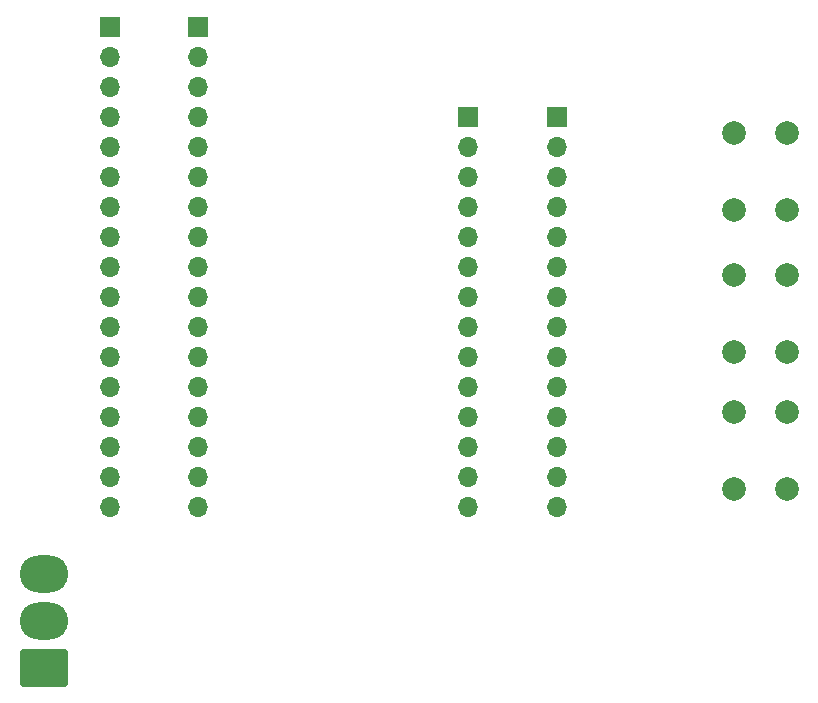
<source format=gbr>
%TF.GenerationSoftware,KiCad,Pcbnew,8.0.3*%
%TF.CreationDate,2024-07-08T01:17:26+08:00*%
%TF.ProjectId,First_pcb,46697273-745f-4706-9362-2e6b69636164,rev?*%
%TF.SameCoordinates,Original*%
%TF.FileFunction,Soldermask,Bot*%
%TF.FilePolarity,Negative*%
%FSLAX46Y46*%
G04 Gerber Fmt 4.6, Leading zero omitted, Abs format (unit mm)*
G04 Created by KiCad (PCBNEW 8.0.3) date 2024-07-08 01:17:26*
%MOMM*%
%LPD*%
G01*
G04 APERTURE LIST*
G04 Aperture macros list*
%AMRoundRect*
0 Rectangle with rounded corners*
0 $1 Rounding radius*
0 $2 $3 $4 $5 $6 $7 $8 $9 X,Y pos of 4 corners*
0 Add a 4 corners polygon primitive as box body*
4,1,4,$2,$3,$4,$5,$6,$7,$8,$9,$2,$3,0*
0 Add four circle primitives for the rounded corners*
1,1,$1+$1,$2,$3*
1,1,$1+$1,$4,$5*
1,1,$1+$1,$6,$7*
1,1,$1+$1,$8,$9*
0 Add four rect primitives between the rounded corners*
20,1,$1+$1,$2,$3,$4,$5,0*
20,1,$1+$1,$4,$5,$6,$7,0*
20,1,$1+$1,$6,$7,$8,$9,0*
20,1,$1+$1,$8,$9,$2,$3,0*%
G04 Aperture macros list end*
%ADD10C,2.000000*%
%ADD11R,1.700000X1.700000*%
%ADD12O,1.700000X1.700000*%
%ADD13RoundRect,0.250000X1.800000X-1.330000X1.800000X1.330000X-1.800000X1.330000X-1.800000X-1.330000X0*%
%ADD14O,4.100000X3.160000*%
G04 APERTURE END LIST*
D10*
%TO.C,SW1*%
X153900000Y-59500000D03*
X153900000Y-53000000D03*
X158400000Y-59500000D03*
X158400000Y-53000000D03*
%TD*%
%TO.C,SW2*%
X153900000Y-71500000D03*
X153900000Y-65000000D03*
X158400000Y-71500000D03*
X158400000Y-65000000D03*
%TD*%
D11*
%TO.C,J2*%
X108550000Y-43990000D03*
D12*
X108550000Y-46530000D03*
X108550000Y-49070000D03*
X108550000Y-51610000D03*
X108550000Y-54150000D03*
X108550000Y-56690000D03*
X108550000Y-59230000D03*
X108550000Y-61770000D03*
X108550000Y-64310000D03*
X108550000Y-66850000D03*
X108550000Y-69390000D03*
X108550000Y-71930000D03*
X108550000Y-74470000D03*
X108550000Y-77010000D03*
X108550000Y-79550000D03*
X108550000Y-82090000D03*
X108550000Y-84630000D03*
%TD*%
D13*
%TO.C,J5*%
X95455000Y-98260000D03*
D14*
X95455000Y-94300000D03*
X95455000Y-90340000D03*
%TD*%
D10*
%TO.C,SW3*%
X153900000Y-83100000D03*
X153900000Y-76600000D03*
X158400000Y-83100000D03*
X158400000Y-76600000D03*
%TD*%
D11*
%TO.C,J3*%
X101050000Y-44040000D03*
D12*
X101050000Y-46580000D03*
X101050000Y-49120000D03*
X101050000Y-51660000D03*
X101050000Y-54200000D03*
X101050000Y-56740000D03*
X101050000Y-59280000D03*
X101050000Y-61820000D03*
X101050000Y-64360000D03*
X101050000Y-66900000D03*
X101050000Y-69440000D03*
X101050000Y-71980000D03*
X101050000Y-74520000D03*
X101050000Y-77060000D03*
X101050000Y-79600000D03*
X101050000Y-82140000D03*
X101050000Y-84680000D03*
%TD*%
D11*
%TO.C,J1*%
X131400000Y-51640000D03*
D12*
X131400000Y-54180000D03*
X131400000Y-56720000D03*
X131400000Y-59260000D03*
X131400000Y-61800000D03*
X131400000Y-64340000D03*
X131400000Y-66880000D03*
X131400000Y-69420000D03*
X131400000Y-71960000D03*
X131400000Y-74500000D03*
X131400000Y-77040000D03*
X131400000Y-79580000D03*
X131400000Y-82120000D03*
X131400000Y-84660000D03*
%TD*%
D11*
%TO.C,J4*%
X138900000Y-51640000D03*
D12*
X138900000Y-54180000D03*
X138900000Y-56720000D03*
X138900000Y-59260000D03*
X138900000Y-61800000D03*
X138900000Y-64340000D03*
X138900000Y-66880000D03*
X138900000Y-69420000D03*
X138900000Y-71960000D03*
X138900000Y-74500000D03*
X138900000Y-77040000D03*
X138900000Y-79580000D03*
X138900000Y-82120000D03*
X138900000Y-84660000D03*
%TD*%
M02*

</source>
